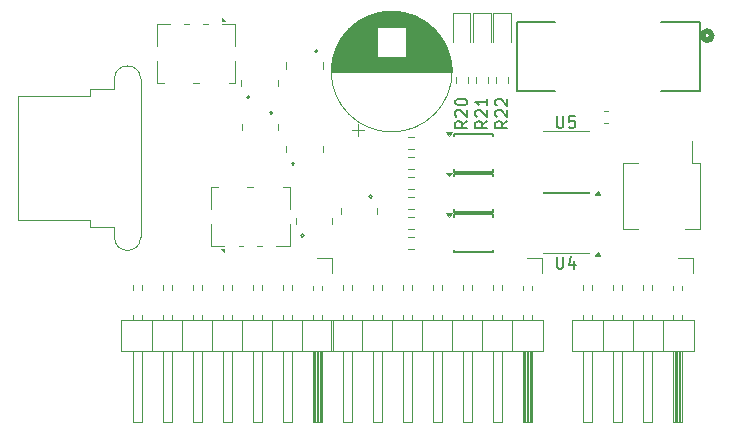
<source format=gbr>
%TF.GenerationSoftware,KiCad,Pcbnew,8.0.6-8.0.6-0~ubuntu22.04.1*%
%TF.CreationDate,2024-11-01T23:26:47+09:00*%
%TF.ProjectId,blmd_hardware,626c6d64-5f68-4617-9264-776172652e6b,rev?*%
%TF.SameCoordinates,Original*%
%TF.FileFunction,Legend,Top*%
%TF.FilePolarity,Positive*%
%FSLAX46Y46*%
G04 Gerber Fmt 4.6, Leading zero omitted, Abs format (unit mm)*
G04 Created by KiCad (PCBNEW 8.0.6-8.0.6-0~ubuntu22.04.1) date 2024-11-01 23:26:47*
%MOMM*%
%LPD*%
G01*
G04 APERTURE LIST*
%ADD10C,0.150000*%
%ADD11C,0.120000*%
%ADD12C,0.100000*%
%ADD13C,0.200000*%
%ADD14C,0.152400*%
%ADD15C,0.508000*%
G04 APERTURE END LIST*
D10*
X87838095Y-59154819D02*
X87838095Y-59964342D01*
X87838095Y-59964342D02*
X87885714Y-60059580D01*
X87885714Y-60059580D02*
X87933333Y-60107200D01*
X87933333Y-60107200D02*
X88028571Y-60154819D01*
X88028571Y-60154819D02*
X88219047Y-60154819D01*
X88219047Y-60154819D02*
X88314285Y-60107200D01*
X88314285Y-60107200D02*
X88361904Y-60059580D01*
X88361904Y-60059580D02*
X88409523Y-59964342D01*
X88409523Y-59964342D02*
X88409523Y-59154819D01*
X89361904Y-59154819D02*
X88885714Y-59154819D01*
X88885714Y-59154819D02*
X88838095Y-59631009D01*
X88838095Y-59631009D02*
X88885714Y-59583390D01*
X88885714Y-59583390D02*
X88980952Y-59535771D01*
X88980952Y-59535771D02*
X89219047Y-59535771D01*
X89219047Y-59535771D02*
X89314285Y-59583390D01*
X89314285Y-59583390D02*
X89361904Y-59631009D01*
X89361904Y-59631009D02*
X89409523Y-59726247D01*
X89409523Y-59726247D02*
X89409523Y-59964342D01*
X89409523Y-59964342D02*
X89361904Y-60059580D01*
X89361904Y-60059580D02*
X89314285Y-60107200D01*
X89314285Y-60107200D02*
X89219047Y-60154819D01*
X89219047Y-60154819D02*
X88980952Y-60154819D01*
X88980952Y-60154819D02*
X88885714Y-60107200D01*
X88885714Y-60107200D02*
X88838095Y-60059580D01*
X81954819Y-59562857D02*
X81478628Y-59896190D01*
X81954819Y-60134285D02*
X80954819Y-60134285D01*
X80954819Y-60134285D02*
X80954819Y-59753333D01*
X80954819Y-59753333D02*
X81002438Y-59658095D01*
X81002438Y-59658095D02*
X81050057Y-59610476D01*
X81050057Y-59610476D02*
X81145295Y-59562857D01*
X81145295Y-59562857D02*
X81288152Y-59562857D01*
X81288152Y-59562857D02*
X81383390Y-59610476D01*
X81383390Y-59610476D02*
X81431009Y-59658095D01*
X81431009Y-59658095D02*
X81478628Y-59753333D01*
X81478628Y-59753333D02*
X81478628Y-60134285D01*
X81050057Y-59181904D02*
X81002438Y-59134285D01*
X81002438Y-59134285D02*
X80954819Y-59039047D01*
X80954819Y-59039047D02*
X80954819Y-58800952D01*
X80954819Y-58800952D02*
X81002438Y-58705714D01*
X81002438Y-58705714D02*
X81050057Y-58658095D01*
X81050057Y-58658095D02*
X81145295Y-58610476D01*
X81145295Y-58610476D02*
X81240533Y-58610476D01*
X81240533Y-58610476D02*
X81383390Y-58658095D01*
X81383390Y-58658095D02*
X81954819Y-59229523D01*
X81954819Y-59229523D02*
X81954819Y-58610476D01*
X81954819Y-57658095D02*
X81954819Y-58229523D01*
X81954819Y-57943809D02*
X80954819Y-57943809D01*
X80954819Y-57943809D02*
X81097676Y-58039047D01*
X81097676Y-58039047D02*
X81192914Y-58134285D01*
X81192914Y-58134285D02*
X81240533Y-58229523D01*
X87838095Y-71054819D02*
X87838095Y-71864342D01*
X87838095Y-71864342D02*
X87885714Y-71959580D01*
X87885714Y-71959580D02*
X87933333Y-72007200D01*
X87933333Y-72007200D02*
X88028571Y-72054819D01*
X88028571Y-72054819D02*
X88219047Y-72054819D01*
X88219047Y-72054819D02*
X88314285Y-72007200D01*
X88314285Y-72007200D02*
X88361904Y-71959580D01*
X88361904Y-71959580D02*
X88409523Y-71864342D01*
X88409523Y-71864342D02*
X88409523Y-71054819D01*
X89314285Y-71388152D02*
X89314285Y-72054819D01*
X89076190Y-71007200D02*
X88838095Y-71721485D01*
X88838095Y-71721485D02*
X89457142Y-71721485D01*
X83654819Y-59562857D02*
X83178628Y-59896190D01*
X83654819Y-60134285D02*
X82654819Y-60134285D01*
X82654819Y-60134285D02*
X82654819Y-59753333D01*
X82654819Y-59753333D02*
X82702438Y-59658095D01*
X82702438Y-59658095D02*
X82750057Y-59610476D01*
X82750057Y-59610476D02*
X82845295Y-59562857D01*
X82845295Y-59562857D02*
X82988152Y-59562857D01*
X82988152Y-59562857D02*
X83083390Y-59610476D01*
X83083390Y-59610476D02*
X83131009Y-59658095D01*
X83131009Y-59658095D02*
X83178628Y-59753333D01*
X83178628Y-59753333D02*
X83178628Y-60134285D01*
X82750057Y-59181904D02*
X82702438Y-59134285D01*
X82702438Y-59134285D02*
X82654819Y-59039047D01*
X82654819Y-59039047D02*
X82654819Y-58800952D01*
X82654819Y-58800952D02*
X82702438Y-58705714D01*
X82702438Y-58705714D02*
X82750057Y-58658095D01*
X82750057Y-58658095D02*
X82845295Y-58610476D01*
X82845295Y-58610476D02*
X82940533Y-58610476D01*
X82940533Y-58610476D02*
X83083390Y-58658095D01*
X83083390Y-58658095D02*
X83654819Y-59229523D01*
X83654819Y-59229523D02*
X83654819Y-58610476D01*
X82750057Y-58229523D02*
X82702438Y-58181904D01*
X82702438Y-58181904D02*
X82654819Y-58086666D01*
X82654819Y-58086666D02*
X82654819Y-57848571D01*
X82654819Y-57848571D02*
X82702438Y-57753333D01*
X82702438Y-57753333D02*
X82750057Y-57705714D01*
X82750057Y-57705714D02*
X82845295Y-57658095D01*
X82845295Y-57658095D02*
X82940533Y-57658095D01*
X82940533Y-57658095D02*
X83083390Y-57705714D01*
X83083390Y-57705714D02*
X83654819Y-58277142D01*
X83654819Y-58277142D02*
X83654819Y-57658095D01*
X80254819Y-59562857D02*
X79778628Y-59896190D01*
X80254819Y-60134285D02*
X79254819Y-60134285D01*
X79254819Y-60134285D02*
X79254819Y-59753333D01*
X79254819Y-59753333D02*
X79302438Y-59658095D01*
X79302438Y-59658095D02*
X79350057Y-59610476D01*
X79350057Y-59610476D02*
X79445295Y-59562857D01*
X79445295Y-59562857D02*
X79588152Y-59562857D01*
X79588152Y-59562857D02*
X79683390Y-59610476D01*
X79683390Y-59610476D02*
X79731009Y-59658095D01*
X79731009Y-59658095D02*
X79778628Y-59753333D01*
X79778628Y-59753333D02*
X79778628Y-60134285D01*
X79350057Y-59181904D02*
X79302438Y-59134285D01*
X79302438Y-59134285D02*
X79254819Y-59039047D01*
X79254819Y-59039047D02*
X79254819Y-58800952D01*
X79254819Y-58800952D02*
X79302438Y-58705714D01*
X79302438Y-58705714D02*
X79350057Y-58658095D01*
X79350057Y-58658095D02*
X79445295Y-58610476D01*
X79445295Y-58610476D02*
X79540533Y-58610476D01*
X79540533Y-58610476D02*
X79683390Y-58658095D01*
X79683390Y-58658095D02*
X80254819Y-59229523D01*
X80254819Y-59229523D02*
X80254819Y-58610476D01*
X79254819Y-57991428D02*
X79254819Y-57896190D01*
X79254819Y-57896190D02*
X79302438Y-57800952D01*
X79302438Y-57800952D02*
X79350057Y-57753333D01*
X79350057Y-57753333D02*
X79445295Y-57705714D01*
X79445295Y-57705714D02*
X79635771Y-57658095D01*
X79635771Y-57658095D02*
X79873866Y-57658095D01*
X79873866Y-57658095D02*
X80064342Y-57705714D01*
X80064342Y-57705714D02*
X80159580Y-57753333D01*
X80159580Y-57753333D02*
X80207200Y-57800952D01*
X80207200Y-57800952D02*
X80254819Y-57896190D01*
X80254819Y-57896190D02*
X80254819Y-57991428D01*
X80254819Y-57991428D02*
X80207200Y-58086666D01*
X80207200Y-58086666D02*
X80159580Y-58134285D01*
X80159580Y-58134285D02*
X80064342Y-58181904D01*
X80064342Y-58181904D02*
X79873866Y-58229523D01*
X79873866Y-58229523D02*
X79635771Y-58229523D01*
X79635771Y-58229523D02*
X79445295Y-58181904D01*
X79445295Y-58181904D02*
X79350057Y-58134285D01*
X79350057Y-58134285D02*
X79302438Y-58086666D01*
X79302438Y-58086666D02*
X79254819Y-57991428D01*
D11*
%TO.C,U5*%
X88600000Y-60440000D02*
X86650000Y-60440000D01*
X88600000Y-60440000D02*
X90550000Y-60440000D01*
X88600000Y-65560000D02*
X86650000Y-65560000D01*
X88600000Y-65560000D02*
X90550000Y-65560000D01*
X91540000Y-65795000D02*
X91060000Y-65795000D01*
X91300000Y-65465000D01*
X91540000Y-65795000D01*
G36*
X91540000Y-65795000D02*
G01*
X91060000Y-65795000D01*
X91300000Y-65465000D01*
X91540000Y-65795000D01*
G37*
%TO.C,R6*%
X75754724Y-67677500D02*
X75245276Y-67677500D01*
X75754724Y-68722500D02*
X75245276Y-68722500D01*
D12*
%TO.C,Q1*%
X69560000Y-67424000D02*
X69560000Y-66900000D01*
D13*
X72085000Y-65850000D02*
X72085000Y-65850000D01*
X72085000Y-66050000D02*
X72085000Y-66050000D01*
X72085000Y-66050000D02*
X72085000Y-66050000D01*
D12*
X72660000Y-67424000D02*
X72660000Y-66900000D01*
D13*
X72085000Y-65850000D02*
G75*
G02*
X72085000Y-66050000I0J-100000D01*
G01*
X72085000Y-65850000D02*
G75*
G02*
X72085000Y-66050000I0J-100000D01*
G01*
X72085000Y-66050000D02*
G75*
G02*
X72085000Y-65850000I0J100000D01*
G01*
D11*
%TO.C,J4*%
X68770000Y-76380000D02*
X68770000Y-79040000D01*
X68770000Y-79040000D02*
X86670000Y-79040000D01*
X69720000Y-73442929D02*
X69720000Y-73897071D01*
X69720000Y-75982929D02*
X69720000Y-76380000D01*
X69720000Y-85040000D02*
X69720000Y-79040000D01*
X70480000Y-73442929D02*
X70480000Y-73897071D01*
X70480000Y-75982929D02*
X70480000Y-76380000D01*
X70480000Y-79040000D02*
X70480000Y-85040000D01*
X70480000Y-85040000D02*
X69720000Y-85040000D01*
X71370000Y-76380000D02*
X71370000Y-79040000D01*
X72260000Y-73442929D02*
X72260000Y-73897071D01*
X72260000Y-75982929D02*
X72260000Y-76380000D01*
X72260000Y-85040000D02*
X72260000Y-79040000D01*
X73020000Y-73442929D02*
X73020000Y-73897071D01*
X73020000Y-75982929D02*
X73020000Y-76380000D01*
X73020000Y-79040000D02*
X73020000Y-85040000D01*
X73020000Y-85040000D02*
X72260000Y-85040000D01*
X73910000Y-76380000D02*
X73910000Y-79040000D01*
X74800000Y-73442929D02*
X74800000Y-73897071D01*
X74800000Y-75982929D02*
X74800000Y-76380000D01*
X74800000Y-85040000D02*
X74800000Y-79040000D01*
X75560000Y-73442929D02*
X75560000Y-73897071D01*
X75560000Y-75982929D02*
X75560000Y-76380000D01*
X75560000Y-79040000D02*
X75560000Y-85040000D01*
X75560000Y-85040000D02*
X74800000Y-85040000D01*
X76450000Y-76380000D02*
X76450000Y-79040000D01*
X77340000Y-73442929D02*
X77340000Y-73897071D01*
X77340000Y-75982929D02*
X77340000Y-76380000D01*
X77340000Y-85040000D02*
X77340000Y-79040000D01*
X78100000Y-73442929D02*
X78100000Y-73897071D01*
X78100000Y-75982929D02*
X78100000Y-76380000D01*
X78100000Y-79040000D02*
X78100000Y-85040000D01*
X78100000Y-85040000D02*
X77340000Y-85040000D01*
X78990000Y-76380000D02*
X78990000Y-79040000D01*
X79880000Y-73442929D02*
X79880000Y-73897071D01*
X79880000Y-75982929D02*
X79880000Y-76380000D01*
X79880000Y-85040000D02*
X79880000Y-79040000D01*
X80640000Y-73442929D02*
X80640000Y-73897071D01*
X80640000Y-75982929D02*
X80640000Y-76380000D01*
X80640000Y-79040000D02*
X80640000Y-85040000D01*
X80640000Y-85040000D02*
X79880000Y-85040000D01*
X81530000Y-76380000D02*
X81530000Y-79040000D01*
X82420000Y-73442929D02*
X82420000Y-73897071D01*
X82420000Y-75982929D02*
X82420000Y-76380000D01*
X82420000Y-85040000D02*
X82420000Y-79040000D01*
X83180000Y-73442929D02*
X83180000Y-73897071D01*
X83180000Y-75982929D02*
X83180000Y-76380000D01*
X83180000Y-79040000D02*
X83180000Y-85040000D01*
X83180000Y-85040000D02*
X82420000Y-85040000D01*
X84070000Y-76380000D02*
X84070000Y-79040000D01*
X84960000Y-73510000D02*
X84960000Y-73897071D01*
X84960000Y-75982929D02*
X84960000Y-76380000D01*
X84960000Y-85040000D02*
X84960000Y-79040000D01*
X85060000Y-79040000D02*
X85060000Y-85040000D01*
X85180000Y-79040000D02*
X85180000Y-85040000D01*
X85300000Y-79040000D02*
X85300000Y-85040000D01*
X85340000Y-71130000D02*
X86610000Y-71130000D01*
X85420000Y-79040000D02*
X85420000Y-85040000D01*
X85540000Y-79040000D02*
X85540000Y-85040000D01*
X85660000Y-79040000D02*
X85660000Y-85040000D01*
X85720000Y-73510000D02*
X85720000Y-73897071D01*
X85720000Y-75982929D02*
X85720000Y-76380000D01*
X85720000Y-79040000D02*
X85720000Y-85040000D01*
X85720000Y-85040000D02*
X84960000Y-85040000D01*
X86610000Y-71130000D02*
X86610000Y-72400000D01*
X86670000Y-76380000D02*
X68770000Y-76380000D01*
X86670000Y-79040000D02*
X86670000Y-76380000D01*
%TO.C,SW2*%
X93465000Y-63140000D02*
X93465000Y-68660000D01*
X94735000Y-63140000D02*
X93465000Y-63140000D01*
X94735000Y-68660000D02*
X93465000Y-68660000D01*
X99285000Y-61290000D02*
X99285000Y-63140000D01*
X99935000Y-63140000D02*
X99285000Y-63140000D01*
X99935000Y-63140000D02*
X99935000Y-68660000D01*
X99935000Y-68660000D02*
X98666000Y-68660000D01*
%TO.C,R3*%
X75754724Y-69377500D02*
X75245276Y-69377500D01*
X75754724Y-70422500D02*
X75245276Y-70422500D01*
D12*
%TO.C,Q3*%
X64960000Y-55124000D02*
X64960000Y-54600000D01*
D13*
X67485000Y-53550000D02*
X67485000Y-53550000D01*
X67485000Y-53750000D02*
X67485000Y-53750000D01*
X67485000Y-53750000D02*
X67485000Y-53750000D01*
D12*
X68060000Y-55124000D02*
X68060000Y-54600000D01*
D13*
X67485000Y-53550000D02*
G75*
G02*
X67485000Y-53750000I0J-100000D01*
G01*
X67485000Y-53550000D02*
G75*
G02*
X67485000Y-53750000I0J-100000D01*
G01*
X67485000Y-53750000D02*
G75*
G02*
X67485000Y-53550000I0J100000D01*
G01*
D11*
%TO.C,R21*%
X80977500Y-56354724D02*
X80977500Y-55845276D01*
X82022500Y-56354724D02*
X82022500Y-55845276D01*
D10*
%TO.C,U1*%
X79175000Y-67425000D02*
X79175000Y-67650000D01*
X79175000Y-67425000D02*
X82425000Y-67425000D01*
X79175000Y-70675000D02*
X79175000Y-70450000D01*
X79175000Y-70675000D02*
X82425000Y-70675000D01*
X82425000Y-67425000D02*
X82425000Y-67650000D01*
X82425000Y-70675000D02*
X82425000Y-70450000D01*
D11*
X78700000Y-67650000D02*
X78460000Y-67320000D01*
X78940000Y-67320000D01*
X78700000Y-67650000D01*
G36*
X78700000Y-67650000D02*
G01*
X78460000Y-67320000D01*
X78940000Y-67320000D01*
X78700000Y-67650000D01*
G37*
%TO.C,R7*%
X75754724Y-64277500D02*
X75245276Y-64277500D01*
X75754724Y-65322500D02*
X75245276Y-65322500D01*
%TO.C,U6*%
X58580000Y-65130000D02*
X58580000Y-67000000D01*
X58580000Y-65130000D02*
X59150000Y-65130000D01*
X58580000Y-68300000D02*
X58580000Y-70170000D01*
X58580000Y-70170000D02*
X59700000Y-70170000D01*
X61300000Y-70170000D02*
X60900000Y-70170000D01*
X62150000Y-65130000D02*
X61650000Y-65130000D01*
X62500000Y-70170000D02*
X62900000Y-70170000D01*
X65220000Y-65130000D02*
X64650000Y-65130000D01*
X65220000Y-65130000D02*
X65220000Y-67000000D01*
X65220000Y-68300000D02*
X65220000Y-70170000D01*
X65220000Y-70170000D02*
X64100000Y-70170000D01*
X59700000Y-70680000D02*
X59420000Y-70400000D01*
X59700000Y-70400000D01*
X59700000Y-70680000D01*
G36*
X59700000Y-70680000D02*
G01*
X59420000Y-70400000D01*
X59700000Y-70400000D01*
X59700000Y-70680000D01*
G37*
%TO.C,R8*%
X75754724Y-60877500D02*
X75245276Y-60877500D01*
X75754724Y-61922500D02*
X75245276Y-61922500D01*
%TO.C,D7*%
X80765000Y-50440000D02*
X80765000Y-52900000D01*
X82235000Y-50440000D02*
X80765000Y-50440000D01*
X82235000Y-52900000D02*
X82235000Y-50440000D01*
D10*
%TO.C,U2*%
X79175000Y-64025000D02*
X79175000Y-64250000D01*
X79175000Y-64025000D02*
X82425000Y-64025000D01*
X79175000Y-67275000D02*
X79175000Y-67050000D01*
X79175000Y-67275000D02*
X82425000Y-67275000D01*
X82425000Y-64025000D02*
X82425000Y-64250000D01*
X82425000Y-67275000D02*
X82425000Y-67050000D01*
D11*
X78700000Y-64250000D02*
X78460000Y-63920000D01*
X78940000Y-63920000D01*
X78700000Y-64250000D01*
G36*
X78700000Y-64250000D02*
G01*
X78460000Y-63920000D01*
X78940000Y-63920000D01*
X78700000Y-64250000D01*
G37*
D12*
%TO.C,Q2*%
X64940000Y-61676000D02*
X64940000Y-62200000D01*
D13*
X65515000Y-63050000D02*
X65515000Y-63050000D01*
X65515000Y-63050000D02*
X65515000Y-63050000D01*
X65515000Y-63250000D02*
X65515000Y-63250000D01*
D12*
X68040000Y-61676000D02*
X68040000Y-62200000D01*
D13*
X65515000Y-63050000D02*
G75*
G02*
X65515000Y-63250000I0J-100000D01*
G01*
X65515000Y-63250000D02*
G75*
G02*
X65515000Y-63050000I0J100000D01*
G01*
X65515000Y-63250000D02*
G75*
G02*
X65515000Y-63050000I0J100000D01*
G01*
D11*
%TO.C,R4*%
X75754724Y-65977500D02*
X75245276Y-65977500D01*
X75754724Y-67022500D02*
X75245276Y-67022500D01*
%TO.C,U4*%
X88600000Y-65640000D02*
X86650000Y-65640000D01*
X88600000Y-65640000D02*
X90550000Y-65640000D01*
X88600000Y-70760000D02*
X86650000Y-70760000D01*
X88600000Y-70760000D02*
X90550000Y-70760000D01*
X91540000Y-70995000D02*
X91060000Y-70995000D01*
X91300000Y-70665000D01*
X91540000Y-70995000D01*
G36*
X91540000Y-70995000D02*
G01*
X91060000Y-70995000D01*
X91300000Y-70665000D01*
X91540000Y-70995000D01*
G37*
D12*
%TO.C,Q5*%
X61160000Y-60324000D02*
X61160000Y-59800000D01*
D13*
X63685000Y-58750000D02*
X63685000Y-58750000D01*
X63685000Y-58950000D02*
X63685000Y-58950000D01*
X63685000Y-58950000D02*
X63685000Y-58950000D01*
D12*
X64260000Y-60324000D02*
X64260000Y-59800000D01*
D13*
X63685000Y-58750000D02*
G75*
G02*
X63685000Y-58950000I0J-100000D01*
G01*
X63685000Y-58750000D02*
G75*
G02*
X63685000Y-58950000I0J-100000D01*
G01*
X63685000Y-58950000D02*
G75*
G02*
X63685000Y-58750000I0J100000D01*
G01*
D11*
%TO.C,J3*%
X50990000Y-76380000D02*
X50990000Y-79040000D01*
X50990000Y-79040000D02*
X68890000Y-79040000D01*
X51940000Y-73442929D02*
X51940000Y-73897071D01*
X51940000Y-75982929D02*
X51940000Y-76380000D01*
X51940000Y-85040000D02*
X51940000Y-79040000D01*
X52700000Y-73442929D02*
X52700000Y-73897071D01*
X52700000Y-75982929D02*
X52700000Y-76380000D01*
X52700000Y-79040000D02*
X52700000Y-85040000D01*
X52700000Y-85040000D02*
X51940000Y-85040000D01*
X53590000Y-76380000D02*
X53590000Y-79040000D01*
X54480000Y-73442929D02*
X54480000Y-73897071D01*
X54480000Y-75982929D02*
X54480000Y-76380000D01*
X54480000Y-85040000D02*
X54480000Y-79040000D01*
X55240000Y-73442929D02*
X55240000Y-73897071D01*
X55240000Y-75982929D02*
X55240000Y-76380000D01*
X55240000Y-79040000D02*
X55240000Y-85040000D01*
X55240000Y-85040000D02*
X54480000Y-85040000D01*
X56130000Y-76380000D02*
X56130000Y-79040000D01*
X57020000Y-73442929D02*
X57020000Y-73897071D01*
X57020000Y-75982929D02*
X57020000Y-76380000D01*
X57020000Y-85040000D02*
X57020000Y-79040000D01*
X57780000Y-73442929D02*
X57780000Y-73897071D01*
X57780000Y-75982929D02*
X57780000Y-76380000D01*
X57780000Y-79040000D02*
X57780000Y-85040000D01*
X57780000Y-85040000D02*
X57020000Y-85040000D01*
X58670000Y-76380000D02*
X58670000Y-79040000D01*
X59560000Y-73442929D02*
X59560000Y-73897071D01*
X59560000Y-75982929D02*
X59560000Y-76380000D01*
X59560000Y-85040000D02*
X59560000Y-79040000D01*
X60320000Y-73442929D02*
X60320000Y-73897071D01*
X60320000Y-75982929D02*
X60320000Y-76380000D01*
X60320000Y-79040000D02*
X60320000Y-85040000D01*
X60320000Y-85040000D02*
X59560000Y-85040000D01*
X61210000Y-76380000D02*
X61210000Y-79040000D01*
X62100000Y-73442929D02*
X62100000Y-73897071D01*
X62100000Y-75982929D02*
X62100000Y-76380000D01*
X62100000Y-85040000D02*
X62100000Y-79040000D01*
X62860000Y-73442929D02*
X62860000Y-73897071D01*
X62860000Y-75982929D02*
X62860000Y-76380000D01*
X62860000Y-79040000D02*
X62860000Y-85040000D01*
X62860000Y-85040000D02*
X62100000Y-85040000D01*
X63750000Y-76380000D02*
X63750000Y-79040000D01*
X64640000Y-73442929D02*
X64640000Y-73897071D01*
X64640000Y-75982929D02*
X64640000Y-76380000D01*
X64640000Y-85040000D02*
X64640000Y-79040000D01*
X65400000Y-73442929D02*
X65400000Y-73897071D01*
X65400000Y-75982929D02*
X65400000Y-76380000D01*
X65400000Y-79040000D02*
X65400000Y-85040000D01*
X65400000Y-85040000D02*
X64640000Y-85040000D01*
X66290000Y-76380000D02*
X66290000Y-79040000D01*
X67180000Y-73510000D02*
X67180000Y-73897071D01*
X67180000Y-75982929D02*
X67180000Y-76380000D01*
X67180000Y-85040000D02*
X67180000Y-79040000D01*
X67280000Y-79040000D02*
X67280000Y-85040000D01*
X67400000Y-79040000D02*
X67400000Y-85040000D01*
X67520000Y-79040000D02*
X67520000Y-85040000D01*
X67560000Y-71130000D02*
X68830000Y-71130000D01*
X67640000Y-79040000D02*
X67640000Y-85040000D01*
X67760000Y-79040000D02*
X67760000Y-85040000D01*
X67880000Y-79040000D02*
X67880000Y-85040000D01*
X67940000Y-73510000D02*
X67940000Y-73897071D01*
X67940000Y-75982929D02*
X67940000Y-76380000D01*
X67940000Y-79040000D02*
X67940000Y-85040000D01*
X67940000Y-85040000D02*
X67180000Y-85040000D01*
X68830000Y-71130000D02*
X68830000Y-72400000D01*
X68890000Y-76380000D02*
X50990000Y-76380000D01*
X68890000Y-79040000D02*
X68890000Y-76380000D01*
D12*
%TO.C,Q4*%
X65740000Y-67776000D02*
X65740000Y-68300000D01*
D13*
X66315000Y-69150000D02*
X66315000Y-69150000D01*
X66315000Y-69150000D02*
X66315000Y-69150000D01*
X66315000Y-69350000D02*
X66315000Y-69350000D01*
D12*
X68840000Y-67776000D02*
X68840000Y-68300000D01*
D13*
X66315000Y-69150000D02*
G75*
G02*
X66315000Y-69350000I0J-100000D01*
G01*
X66315000Y-69350000D02*
G75*
G02*
X66315000Y-69150000I0J100000D01*
G01*
X66315000Y-69350000D02*
G75*
G02*
X66315000Y-69150000I0J100000D01*
G01*
D11*
%TO.C,R22*%
X82677500Y-56354724D02*
X82677500Y-55845276D01*
X83722500Y-56354724D02*
X83722500Y-55845276D01*
%TO.C,C1*%
X68783200Y-55286677D02*
X78943200Y-55286677D01*
X68783200Y-55326677D02*
X78943200Y-55326677D01*
X68783200Y-55366677D02*
X78943200Y-55366677D01*
X68784200Y-55246677D02*
X78942200Y-55246677D01*
X68785200Y-55206677D02*
X78941200Y-55206677D01*
X68786200Y-55166677D02*
X78940200Y-55166677D01*
X68788200Y-55126677D02*
X78938200Y-55126677D01*
X68790200Y-55086677D02*
X78936200Y-55086677D01*
X68793200Y-55046677D02*
X78933200Y-55046677D01*
X68795200Y-55006677D02*
X78931200Y-55006677D01*
X68798200Y-54966677D02*
X78928200Y-54966677D01*
X68801200Y-54926677D02*
X78925200Y-54926677D01*
X68805200Y-54886677D02*
X78921200Y-54886677D01*
X68809200Y-54846677D02*
X78917200Y-54846677D01*
X68813200Y-54806677D02*
X78913200Y-54806677D01*
X68818200Y-54766677D02*
X78908200Y-54766677D01*
X68823200Y-54726677D02*
X78903200Y-54726677D01*
X68828200Y-54686677D02*
X78898200Y-54686677D01*
X68833200Y-54645677D02*
X78893200Y-54645677D01*
X68839200Y-54605677D02*
X78887200Y-54605677D01*
X68845200Y-54565677D02*
X78881200Y-54565677D01*
X68852200Y-54525677D02*
X78874200Y-54525677D01*
X68859200Y-54485677D02*
X78867200Y-54485677D01*
X68866200Y-54445677D02*
X78860200Y-54445677D01*
X68873200Y-54405677D02*
X78853200Y-54405677D01*
X68881200Y-54365677D02*
X78845200Y-54365677D01*
X68889200Y-54325677D02*
X78837200Y-54325677D01*
X68898200Y-54285677D02*
X78828200Y-54285677D01*
X68907200Y-54245677D02*
X78819200Y-54245677D01*
X68916200Y-54205677D02*
X78810200Y-54205677D01*
X68925200Y-54165677D02*
X78801200Y-54165677D01*
X68935200Y-54125677D02*
X78791200Y-54125677D01*
X68945200Y-54085677D02*
X72622200Y-54085677D01*
X68956200Y-54045677D02*
X72622200Y-54045677D01*
X68966200Y-54005677D02*
X72622200Y-54005677D01*
X68978200Y-53965677D02*
X72622200Y-53965677D01*
X68989200Y-53925677D02*
X72622200Y-53925677D01*
X69001200Y-53885677D02*
X72622200Y-53885677D01*
X69013200Y-53845677D02*
X72622200Y-53845677D01*
X69026200Y-53805677D02*
X72622200Y-53805677D01*
X69039200Y-53765677D02*
X72622200Y-53765677D01*
X69052200Y-53725677D02*
X72622200Y-53725677D01*
X69066200Y-53685677D02*
X72622200Y-53685677D01*
X69080200Y-53645677D02*
X72622200Y-53645677D01*
X69095200Y-53605677D02*
X72622200Y-53605677D01*
X69109200Y-53565677D02*
X72622200Y-53565677D01*
X69125200Y-53525677D02*
X72622200Y-53525677D01*
X69140200Y-53485677D02*
X72622200Y-53485677D01*
X69156200Y-53445677D02*
X72622200Y-53445677D01*
X69173200Y-53405677D02*
X72622200Y-53405677D01*
X69189200Y-53365677D02*
X72622200Y-53365677D01*
X69206200Y-53325677D02*
X72622200Y-53325677D01*
X69224200Y-53285677D02*
X72622200Y-53285677D01*
X69242200Y-53245677D02*
X72622200Y-53245677D01*
X69260200Y-53205677D02*
X72622200Y-53205677D01*
X69279200Y-53165677D02*
X72622200Y-53165677D01*
X69299200Y-53125677D02*
X72622200Y-53125677D01*
X69318200Y-53085677D02*
X72622200Y-53085677D01*
X69338200Y-53045677D02*
X72622200Y-53045677D01*
X69359200Y-53005677D02*
X72622200Y-53005677D01*
X69380200Y-52965677D02*
X72622200Y-52965677D01*
X69401200Y-52925677D02*
X72622200Y-52925677D01*
X69423200Y-52885677D02*
X72622200Y-52885677D01*
X69446200Y-52845677D02*
X72622200Y-52845677D01*
X69468200Y-52805677D02*
X72622200Y-52805677D01*
X69492200Y-52765677D02*
X72622200Y-52765677D01*
X69516200Y-52725677D02*
X72622200Y-52725677D01*
X69540200Y-52685677D02*
X72622200Y-52685677D01*
X69565200Y-52645677D02*
X72622200Y-52645677D01*
X69590200Y-52605677D02*
X72622200Y-52605677D01*
X69616200Y-52565677D02*
X72622200Y-52565677D01*
X69642200Y-52525677D02*
X72622200Y-52525677D01*
X69669200Y-52485677D02*
X72622200Y-52485677D01*
X69697200Y-52445677D02*
X72622200Y-52445677D01*
X69725200Y-52405677D02*
X72622200Y-52405677D01*
X69753200Y-52365677D02*
X72622200Y-52365677D01*
X69783200Y-52325677D02*
X72622200Y-52325677D01*
X69813200Y-52285677D02*
X72622200Y-52285677D01*
X69843200Y-52245677D02*
X72622200Y-52245677D01*
X69874200Y-52205677D02*
X72622200Y-52205677D01*
X69906200Y-52165677D02*
X72622200Y-52165677D01*
X69938200Y-52125677D02*
X72622200Y-52125677D01*
X69971200Y-52085677D02*
X72622200Y-52085677D01*
X70005200Y-52045677D02*
X72622200Y-52045677D01*
X70039200Y-52005677D02*
X72622200Y-52005677D01*
X70074200Y-51965677D02*
X72622200Y-51965677D01*
X70110200Y-51925677D02*
X72622200Y-51925677D01*
X70147200Y-51885677D02*
X72622200Y-51885677D01*
X70184200Y-51845677D02*
X72622200Y-51845677D01*
X70223200Y-51805677D02*
X72622200Y-51805677D01*
X70262200Y-51765677D02*
X72622200Y-51765677D01*
X70302200Y-51725677D02*
X72622200Y-51725677D01*
X70343200Y-51685677D02*
X72622200Y-51685677D01*
X70385200Y-51645677D02*
X72622200Y-51645677D01*
X70427200Y-51605677D02*
X77299200Y-51605677D01*
X70471200Y-51565677D02*
X77255200Y-51565677D01*
X70488200Y-60346323D02*
X71488200Y-60346323D01*
X70516200Y-51525677D02*
X77210200Y-51525677D01*
X70562200Y-51485677D02*
X77164200Y-51485677D01*
X70609200Y-51445677D02*
X77117200Y-51445677D01*
X70657200Y-51405677D02*
X77069200Y-51405677D01*
X70707200Y-51365677D02*
X77019200Y-51365677D01*
X70757200Y-51325677D02*
X76969200Y-51325677D01*
X70809200Y-51285677D02*
X76917200Y-51285677D01*
X70863200Y-51245677D02*
X76863200Y-51245677D01*
X70918200Y-51205677D02*
X76808200Y-51205677D01*
X70974200Y-51165677D02*
X76752200Y-51165677D01*
X70988200Y-60846323D02*
X70988200Y-59846323D01*
X71033200Y-51125677D02*
X76693200Y-51125677D01*
X71093200Y-51085677D02*
X76633200Y-51085677D01*
X71154200Y-51045677D02*
X76572200Y-51045677D01*
X71218200Y-51005677D02*
X76508200Y-51005677D01*
X71284200Y-50965677D02*
X76442200Y-50965677D01*
X71353200Y-50925677D02*
X76373200Y-50925677D01*
X71424200Y-50885677D02*
X76302200Y-50885677D01*
X71498200Y-50845677D02*
X76228200Y-50845677D01*
X71574200Y-50805677D02*
X76152200Y-50805677D01*
X71654200Y-50765677D02*
X76072200Y-50765677D01*
X71738200Y-50725677D02*
X75988200Y-50725677D01*
X71826200Y-50685677D02*
X75900200Y-50685677D01*
X71919200Y-50645677D02*
X75807200Y-50645677D01*
X72017200Y-50605677D02*
X75709200Y-50605677D01*
X72121200Y-50565677D02*
X75605200Y-50565677D01*
X72233200Y-50525677D02*
X75493200Y-50525677D01*
X72353200Y-50485677D02*
X75373200Y-50485677D01*
X72485200Y-50445677D02*
X75241200Y-50445677D01*
X72633200Y-50405677D02*
X75093200Y-50405677D01*
X72801200Y-50365677D02*
X74925200Y-50365677D01*
X73001200Y-50325677D02*
X74725200Y-50325677D01*
X73264200Y-50285677D02*
X74462200Y-50285677D01*
X75104200Y-51645677D02*
X77341200Y-51645677D01*
X75104200Y-51685677D02*
X77383200Y-51685677D01*
X75104200Y-51725677D02*
X77424200Y-51725677D01*
X75104200Y-51765677D02*
X77464200Y-51765677D01*
X75104200Y-51805677D02*
X77503200Y-51805677D01*
X75104200Y-51845677D02*
X77542200Y-51845677D01*
X75104200Y-51885677D02*
X77579200Y-51885677D01*
X75104200Y-51925677D02*
X77616200Y-51925677D01*
X75104200Y-51965677D02*
X77652200Y-51965677D01*
X75104200Y-52005677D02*
X77687200Y-52005677D01*
X75104200Y-52045677D02*
X77721200Y-52045677D01*
X75104200Y-52085677D02*
X77755200Y-52085677D01*
X75104200Y-52125677D02*
X77788200Y-52125677D01*
X75104200Y-52165677D02*
X77820200Y-52165677D01*
X75104200Y-52205677D02*
X77852200Y-52205677D01*
X75104200Y-52245677D02*
X77883200Y-52245677D01*
X75104200Y-52285677D02*
X77913200Y-52285677D01*
X75104200Y-52325677D02*
X77943200Y-52325677D01*
X75104200Y-52365677D02*
X77973200Y-52365677D01*
X75104200Y-52405677D02*
X78001200Y-52405677D01*
X75104200Y-52445677D02*
X78029200Y-52445677D01*
X75104200Y-52485677D02*
X78057200Y-52485677D01*
X75104200Y-52525677D02*
X78084200Y-52525677D01*
X75104200Y-52565677D02*
X78110200Y-52565677D01*
X75104200Y-52605677D02*
X78136200Y-52605677D01*
X75104200Y-52645677D02*
X78161200Y-52645677D01*
X75104200Y-52685677D02*
X78186200Y-52685677D01*
X75104200Y-52725677D02*
X78210200Y-52725677D01*
X75104200Y-52765677D02*
X78234200Y-52765677D01*
X75104200Y-52805677D02*
X78258200Y-52805677D01*
X75104200Y-52845677D02*
X78280200Y-52845677D01*
X75104200Y-52885677D02*
X78303200Y-52885677D01*
X75104200Y-52925677D02*
X78325200Y-52925677D01*
X75104200Y-52965677D02*
X78346200Y-52965677D01*
X75104200Y-53005677D02*
X78367200Y-53005677D01*
X75104200Y-53045677D02*
X78388200Y-53045677D01*
X75104200Y-53085677D02*
X78408200Y-53085677D01*
X75104200Y-53125677D02*
X78427200Y-53125677D01*
X75104200Y-53165677D02*
X78447200Y-53165677D01*
X75104200Y-53205677D02*
X78466200Y-53205677D01*
X75104200Y-53245677D02*
X78484200Y-53245677D01*
X75104200Y-53285677D02*
X78502200Y-53285677D01*
X75104200Y-53325677D02*
X78520200Y-53325677D01*
X75104200Y-53365677D02*
X78537200Y-53365677D01*
X75104200Y-53405677D02*
X78553200Y-53405677D01*
X75104200Y-53445677D02*
X78570200Y-53445677D01*
X75104200Y-53485677D02*
X78586200Y-53485677D01*
X75104200Y-53525677D02*
X78601200Y-53525677D01*
X75104200Y-53565677D02*
X78617200Y-53565677D01*
X75104200Y-53605677D02*
X78631200Y-53605677D01*
X75104200Y-53645677D02*
X78646200Y-53645677D01*
X75104200Y-53685677D02*
X78660200Y-53685677D01*
X75104200Y-53725677D02*
X78674200Y-53725677D01*
X75104200Y-53765677D02*
X78687200Y-53765677D01*
X75104200Y-53805677D02*
X78700200Y-53805677D01*
X75104200Y-53845677D02*
X78713200Y-53845677D01*
X75104200Y-53885677D02*
X78725200Y-53885677D01*
X75104200Y-53925677D02*
X78737200Y-53925677D01*
X75104200Y-53965677D02*
X78748200Y-53965677D01*
X75104200Y-54005677D02*
X78760200Y-54005677D01*
X75104200Y-54045677D02*
X78770200Y-54045677D01*
X75104200Y-54085677D02*
X78781200Y-54085677D01*
X78983200Y-55366677D02*
G75*
G02*
X68743200Y-55366677I-5120000J0D01*
G01*
X68743200Y-55366677D02*
G75*
G02*
X78983200Y-55366677I5120000J0D01*
G01*
%TO.C,R20*%
X79277500Y-56354724D02*
X79277500Y-55845276D01*
X80322500Y-56354724D02*
X80322500Y-55845276D01*
%TO.C,D8*%
X82465000Y-50440000D02*
X82465000Y-52900000D01*
X83935000Y-50440000D02*
X82465000Y-50440000D01*
X83935000Y-52900000D02*
X83935000Y-50440000D01*
D12*
%TO.C,Q6*%
X61140000Y-56076000D02*
X61140000Y-56600000D01*
D13*
X61715000Y-57450000D02*
X61715000Y-57450000D01*
X61715000Y-57450000D02*
X61715000Y-57450000D01*
X61715000Y-57650000D02*
X61715000Y-57650000D01*
D12*
X64240000Y-56076000D02*
X64240000Y-56600000D01*
D13*
X61715000Y-57450000D02*
G75*
G02*
X61715000Y-57650000I0J-100000D01*
G01*
X61715000Y-57650000D02*
G75*
G02*
X61715000Y-57450000I0J100000D01*
G01*
X61715000Y-57650000D02*
G75*
G02*
X61715000Y-57450000I0J100000D01*
G01*
D11*
%TO.C,U7*%
X53980000Y-51330000D02*
X55100000Y-51330000D01*
X53980000Y-53200000D02*
X53980000Y-51330000D01*
X53980000Y-56370000D02*
X53980000Y-54500000D01*
X53980000Y-56370000D02*
X54550000Y-56370000D01*
X56700000Y-51330000D02*
X56300000Y-51330000D01*
X57050000Y-56370000D02*
X57550000Y-56370000D01*
X57900000Y-51330000D02*
X58300000Y-51330000D01*
X60620000Y-51330000D02*
X59500000Y-51330000D01*
X60620000Y-53200000D02*
X60620000Y-51330000D01*
X60620000Y-56370000D02*
X60050000Y-56370000D01*
X60620000Y-56370000D02*
X60620000Y-54500000D01*
X59780000Y-51100000D02*
X59500000Y-51100000D01*
X59500000Y-50820000D01*
X59780000Y-51100000D01*
G36*
X59780000Y-51100000D02*
G01*
X59500000Y-51100000D01*
X59500000Y-50820000D01*
X59780000Y-51100000D01*
G37*
%TO.C,R5*%
X75754724Y-62577500D02*
X75245276Y-62577500D01*
X75754724Y-63622500D02*
X75245276Y-63622500D01*
%TO.C,J1*%
X42240000Y-57440000D02*
X48340000Y-57440000D01*
X42240000Y-67960000D02*
X42240000Y-57440000D01*
X42240000Y-67960000D02*
X48340000Y-67960000D01*
X48340000Y-56840000D02*
X50390000Y-56840000D01*
X48340000Y-57440000D02*
X48340000Y-56840000D01*
X48340000Y-68560000D02*
X48340000Y-67960000D01*
X48340000Y-68560000D02*
X50390000Y-68560000D01*
X50390000Y-56840000D02*
X50390000Y-56000000D01*
X50390000Y-69400000D02*
X50390000Y-68560000D01*
X52610000Y-69400000D02*
X52610000Y-56000000D01*
X50390000Y-56000000D02*
G75*
G02*
X52610000Y-56000000I1110000J0D01*
G01*
X52610000Y-69400000D02*
G75*
G02*
X50390000Y-69400000I-1110000J0D01*
G01*
%TO.C,C12*%
X92146267Y-58690000D02*
X91853733Y-58690000D01*
X92146267Y-59710000D02*
X91853733Y-59710000D01*
D14*
%TO.C,J6*%
X84453000Y-51217100D02*
X84453000Y-56982900D01*
X84453000Y-56982900D02*
X87727060Y-56982900D01*
X87727060Y-51217100D02*
X84453000Y-51217100D01*
X96672940Y-56982900D02*
X99947000Y-56982900D01*
X99947000Y-51217100D02*
X96672940Y-51217100D01*
X99947000Y-56982900D02*
X99947000Y-51217100D01*
D15*
X100963000Y-52335000D02*
G75*
G02*
X100201000Y-52335000I-381000J0D01*
G01*
X100201000Y-52335000D02*
G75*
G02*
X100963000Y-52335000I381000J0D01*
G01*
D11*
%TO.C,D6*%
X79065000Y-50440000D02*
X79065000Y-52900000D01*
X80535000Y-50440000D02*
X79065000Y-50440000D01*
X80535000Y-52900000D02*
X80535000Y-50440000D01*
%TO.C,J2*%
X89150000Y-76380000D02*
X89150000Y-79040000D01*
X89150000Y-79040000D02*
X99430000Y-79040000D01*
X90100000Y-73442929D02*
X90100000Y-73897071D01*
X90100000Y-75982929D02*
X90100000Y-76380000D01*
X90100000Y-85040000D02*
X90100000Y-79040000D01*
X90860000Y-73442929D02*
X90860000Y-73897071D01*
X90860000Y-75982929D02*
X90860000Y-76380000D01*
X90860000Y-79040000D02*
X90860000Y-85040000D01*
X90860000Y-85040000D02*
X90100000Y-85040000D01*
X91750000Y-76380000D02*
X91750000Y-79040000D01*
X92640000Y-73442929D02*
X92640000Y-73897071D01*
X92640000Y-75982929D02*
X92640000Y-76380000D01*
X92640000Y-85040000D02*
X92640000Y-79040000D01*
X93400000Y-73442929D02*
X93400000Y-73897071D01*
X93400000Y-75982929D02*
X93400000Y-76380000D01*
X93400000Y-79040000D02*
X93400000Y-85040000D01*
X93400000Y-85040000D02*
X92640000Y-85040000D01*
X94290000Y-76380000D02*
X94290000Y-79040000D01*
X95180000Y-73442929D02*
X95180000Y-73897071D01*
X95180000Y-75982929D02*
X95180000Y-76380000D01*
X95180000Y-85040000D02*
X95180000Y-79040000D01*
X95940000Y-73442929D02*
X95940000Y-73897071D01*
X95940000Y-75982929D02*
X95940000Y-76380000D01*
X95940000Y-79040000D02*
X95940000Y-85040000D01*
X95940000Y-85040000D02*
X95180000Y-85040000D01*
X96830000Y-76380000D02*
X96830000Y-79040000D01*
X97720000Y-73510000D02*
X97720000Y-73897071D01*
X97720000Y-75982929D02*
X97720000Y-76380000D01*
X97720000Y-85040000D02*
X97720000Y-79040000D01*
X97820000Y-79040000D02*
X97820000Y-85040000D01*
X97940000Y-79040000D02*
X97940000Y-85040000D01*
X98060000Y-79040000D02*
X98060000Y-85040000D01*
X98100000Y-71130000D02*
X99370000Y-71130000D01*
X98180000Y-79040000D02*
X98180000Y-85040000D01*
X98300000Y-79040000D02*
X98300000Y-85040000D01*
X98420000Y-79040000D02*
X98420000Y-85040000D01*
X98480000Y-73510000D02*
X98480000Y-73897071D01*
X98480000Y-75982929D02*
X98480000Y-76380000D01*
X98480000Y-79040000D02*
X98480000Y-85040000D01*
X98480000Y-85040000D02*
X97720000Y-85040000D01*
X99370000Y-71130000D02*
X99370000Y-72400000D01*
X99430000Y-76380000D02*
X89150000Y-76380000D01*
X99430000Y-79040000D02*
X99430000Y-76380000D01*
D10*
%TO.C,U3*%
X79175000Y-60625000D02*
X79175000Y-60850000D01*
X79175000Y-60625000D02*
X82425000Y-60625000D01*
X79175000Y-63875000D02*
X79175000Y-63650000D01*
X79175000Y-63875000D02*
X82425000Y-63875000D01*
X82425000Y-60625000D02*
X82425000Y-60850000D01*
X82425000Y-63875000D02*
X82425000Y-63650000D01*
D11*
X78700000Y-60850000D02*
X78460000Y-60520000D01*
X78940000Y-60520000D01*
X78700000Y-60850000D01*
G36*
X78700000Y-60850000D02*
G01*
X78460000Y-60520000D01*
X78940000Y-60520000D01*
X78700000Y-60850000D01*
G37*
%TD*%
M02*

</source>
